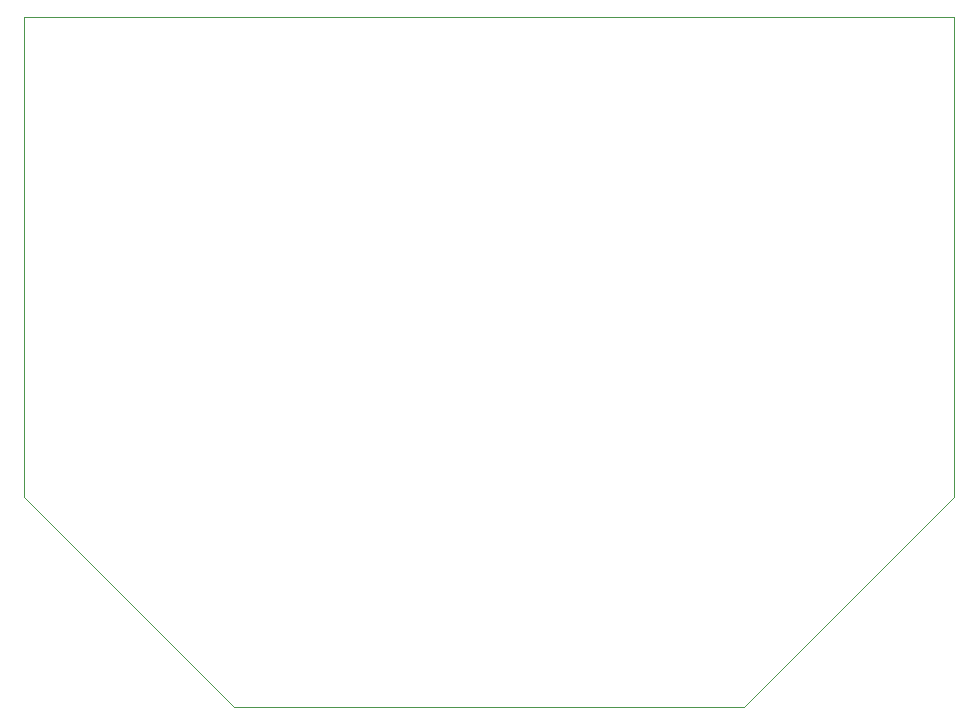
<source format=gbr>
%TF.GenerationSoftware,KiCad,Pcbnew,9.0.0*%
%TF.CreationDate,2025-03-28T11:23:17+02:00*%
%TF.ProjectId,PCBDesign1,50434244-6573-4696-976e-312e6b696361,rev?*%
%TF.SameCoordinates,Original*%
%TF.FileFunction,Profile,NP*%
%FSLAX46Y46*%
G04 Gerber Fmt 4.6, Leading zero omitted, Abs format (unit mm)*
G04 Created by KiCad (PCBNEW 9.0.0) date 2025-03-28 11:23:17*
%MOMM*%
%LPD*%
G01*
G04 APERTURE LIST*
%TA.AperFunction,Profile*%
%ADD10C,0.050000*%
%TD*%
G04 APERTURE END LIST*
D10*
X172720000Y-83820000D02*
X93980000Y-83820000D01*
X93980000Y-124460000D02*
X111760000Y-142240000D01*
X154940000Y-142240000D02*
X172720000Y-124460000D01*
X93980000Y-83820000D02*
X93980000Y-124460000D01*
X111760000Y-142240000D02*
X154940000Y-142240000D01*
X172720000Y-124460000D02*
X172720000Y-83820000D01*
M02*

</source>
